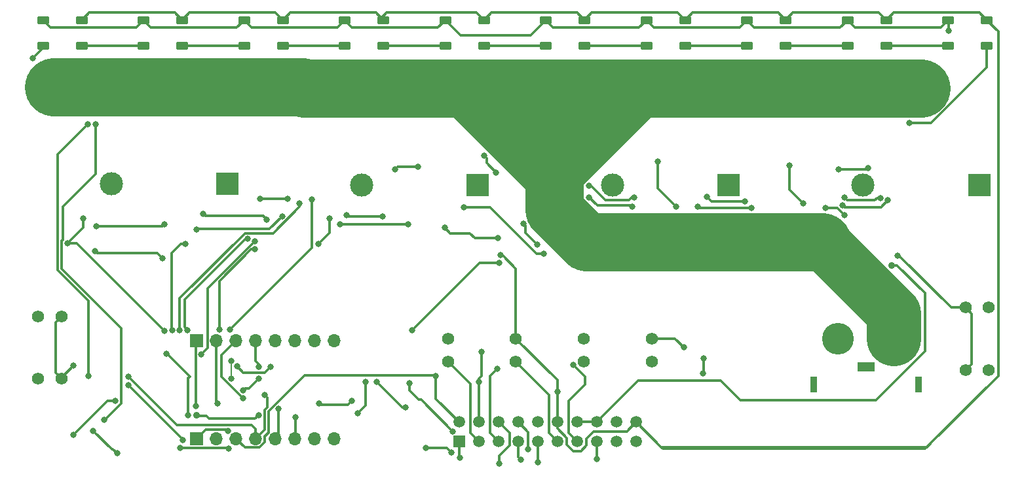
<source format=gbr>
%TF.GenerationSoftware,KiCad,Pcbnew,8.0.3*%
%TF.CreationDate,2025-06-04T03:37:05-07:00*%
%TF.ProjectId,Power_Distribution,506f7765-725f-4446-9973-747269627574,rev?*%
%TF.SameCoordinates,Original*%
%TF.FileFunction,Copper,L2,Bot*%
%TF.FilePolarity,Positive*%
%FSLAX46Y46*%
G04 Gerber Fmt 4.6, Leading zero omitted, Abs format (unit mm)*
G04 Created by KiCad (PCBNEW 8.0.3) date 2025-06-04 03:37:05*
%MOMM*%
%LPD*%
G01*
G04 APERTURE LIST*
G04 Aperture macros list*
%AMRoundRect*
0 Rectangle with rounded corners*
0 $1 Rounding radius*
0 $2 $3 $4 $5 $6 $7 $8 $9 X,Y pos of 4 corners*
0 Add a 4 corners polygon primitive as box body*
4,1,4,$2,$3,$4,$5,$6,$7,$8,$9,$2,$3,0*
0 Add four circle primitives for the rounded corners*
1,1,$1+$1,$2,$3*
1,1,$1+$1,$4,$5*
1,1,$1+$1,$6,$7*
1,1,$1+$1,$8,$9*
0 Add four rect primitives between the rounded corners*
20,1,$1+$1,$2,$3,$4,$5,0*
20,1,$1+$1,$4,$5,$6,$7,0*
20,1,$1+$1,$6,$7,$8,$9,0*
20,1,$1+$1,$8,$9,$2,$3,0*%
G04 Aperture macros list end*
%TA.AperFunction,ComponentPad*%
%ADD10R,0.900000X2.000000*%
%TD*%
%TA.AperFunction,ComponentPad*%
%ADD11RoundRect,1.025000X1.025000X1.025000X-1.025000X1.025000X-1.025000X-1.025000X1.025000X-1.025000X0*%
%TD*%
%TA.AperFunction,ComponentPad*%
%ADD12C,4.100000*%
%TD*%
%TA.AperFunction,ComponentPad*%
%ADD13R,2.300000X1.300000*%
%TD*%
%TA.AperFunction,ComponentPad*%
%ADD14R,3.000000X3.000000*%
%TD*%
%TA.AperFunction,ComponentPad*%
%ADD15C,3.000000*%
%TD*%
%TA.AperFunction,ComponentPad*%
%ADD16R,1.508000X1.508000*%
%TD*%
%TA.AperFunction,ComponentPad*%
%ADD17C,1.508000*%
%TD*%
%TA.AperFunction,ComponentPad*%
%ADD18C,1.574800*%
%TD*%
%TA.AperFunction,ComponentPad*%
%ADD19R,1.700000X1.700000*%
%TD*%
%TA.AperFunction,ComponentPad*%
%ADD20O,1.700000X1.700000*%
%TD*%
%TA.AperFunction,SMDPad,CuDef*%
%ADD21RoundRect,0.250000X0.550000X0.250000X-0.550000X0.250000X-0.550000X-0.250000X0.550000X-0.250000X0*%
%TD*%
%TA.AperFunction,ViaPad*%
%ADD22C,0.800000*%
%TD*%
%TA.AperFunction,ViaPad*%
%ADD23C,0.900000*%
%TD*%
%TA.AperFunction,Conductor*%
%ADD24C,0.304800*%
%TD*%
%TA.AperFunction,Conductor*%
%ADD25C,7.500000*%
%TD*%
%TA.AperFunction,Conductor*%
%ADD26C,7.000000*%
%TD*%
%TA.AperFunction,Conductor*%
%ADD27C,0.200000*%
%TD*%
G04 APERTURE END LIST*
D10*
%TO.P,J4,*%
%TO.N,*%
X198520000Y-101380000D03*
X185020000Y-101380000D03*
D11*
%TO.P,J4,1,Pin_1*%
%TO.N,-BATT*%
X195370000Y-95380000D03*
D12*
%TO.P,J4,2,Pin_2*%
%TO.N,+BATT*%
X188170000Y-95380000D03*
D13*
%TO.P,J4,3*%
%TO.N,N/C*%
X191770000Y-99030000D03*
%TD*%
D14*
%TO.P,J6,1,1*%
%TO.N,PWR1*%
X206396000Y-75492000D03*
D15*
%TO.P,J6,2,2*%
%TO.N,-BATT*%
X198896000Y-62992000D03*
%TO.P,J6,3,3*%
%TO.N,PWR2*%
X191396000Y-75492000D03*
%TO.P,J6,4,4*%
%TO.N,-BATT*%
X183896000Y-62992000D03*
%TD*%
D16*
%TO.P,J18,1,1*%
%TO.N,PWM0*%
X139190000Y-108750000D03*
D17*
%TO.P,J18,2,2*%
%TO.N,SCL*%
X139190000Y-106210000D03*
%TO.P,J18,3,3*%
%TO.N,PWM1*%
X141730000Y-108750000D03*
%TO.P,J18,4,4*%
%TO.N,SDA*%
X141730000Y-106210000D03*
%TO.P,J18,5,5*%
%TO.N,PWM2*%
X144270000Y-108750000D03*
%TO.P,J18,6,6*%
%TO.N,toNEO_CTRL_MOOD*%
X144270000Y-106210000D03*
%TO.P,J18,7,7*%
%TO.N,PWM3*%
X146810000Y-108750000D03*
%TO.P,J18,8,8*%
%TO.N,outNEO_CTRL_MOOD*%
X146810000Y-106210000D03*
%TO.P,J18,9,9*%
%TO.N,PWM4*%
X149350000Y-108750000D03*
%TO.P,J18,10,10*%
%TO.N,unconnected-(J18-Pad10)*%
X149350000Y-106210000D03*
%TO.P,J18,11,11*%
%TO.N,PWM5*%
X151890000Y-108750000D03*
%TO.P,J18,12,12*%
%TO.N,GND*%
X151890000Y-106210000D03*
%TO.P,J18,13,13*%
%TO.N,PWM6*%
X154430000Y-108750000D03*
%TO.P,J18,14,14*%
%TO.N,5V*%
X154430000Y-106210000D03*
%TO.P,J18,15,15*%
%TO.N,PWM7*%
X156970000Y-108750000D03*
%TO.P,J18,16,16*%
%TO.N,5V*%
X156970000Y-106210000D03*
%TO.P,J18,17,17*%
%TO.N,unconnected-(J18-Pad17)*%
X159510000Y-108750000D03*
%TO.P,J18,18,18*%
%TO.N,+3.3V*%
X159510000Y-106210000D03*
%TO.P,J18,19,19*%
%TO.N,unconnected-(J18-Pad19)*%
X162050000Y-108750000D03*
%TO.P,J18,20,20*%
%TO.N,GND*%
X162050000Y-106210000D03*
%TD*%
D18*
%TO.P,J15,1,1*%
%TO.N,PWM6*%
X164060000Y-98389999D03*
%TO.P,J15,2,2*%
%TO.N,GND*%
X164060000Y-95390000D03*
%TD*%
%TO.P,J10,1,1*%
%TO.N,PWM0*%
X84800000Y-92550000D03*
%TO.P,J10,2,2*%
%TO.N,GND*%
X87799999Y-92550000D03*
%TD*%
D14*
%TO.P,J2,1,1*%
%TO.N,PWR5*%
X141612000Y-75492000D03*
D15*
%TO.P,J2,2,2*%
%TO.N,-BATT*%
X134112000Y-62992000D03*
%TO.P,J2,3,3*%
%TO.N,PWR6*%
X126612000Y-75492000D03*
%TO.P,J2,4,4*%
%TO.N,-BATT*%
X119112000Y-62992000D03*
%TD*%
D18*
%TO.P,J17,1,1*%
%TO.N,PWM7*%
X207619999Y-91380000D03*
%TO.P,J17,2,2*%
%TO.N,GND*%
X204620000Y-91380000D03*
%TD*%
%TO.P,J16,1,1*%
%TO.N,PWM3*%
X207619999Y-99510000D03*
%TO.P,J16,2,2*%
%TO.N,GND*%
X204620000Y-99510000D03*
%TD*%
D19*
%TO.P,J9,1,Pin_1*%
%TO.N,VIout8Div*%
X105290000Y-95632000D03*
D20*
%TO.P,J9,2,Pin_2*%
%TO.N,VIout7Div*%
X107830000Y-95632000D03*
%TO.P,J9,3,Pin_3*%
%TO.N,VIout6Div*%
X110370000Y-95632000D03*
%TO.P,J9,4,Pin_4*%
%TO.N,VIout5Div*%
X112910000Y-95632000D03*
%TO.P,J9,5,Pin_5*%
%TO.N,VIout4Div*%
X115450000Y-95632000D03*
%TO.P,J9,6,Pin_6*%
%TO.N,VIout3Div*%
X117990000Y-95632000D03*
%TO.P,J9,7,Pin_7*%
%TO.N,VIout2Div*%
X120530000Y-95632000D03*
%TO.P,J9,8,Pin_8*%
%TO.N,VIout1Div*%
X123070000Y-95632000D03*
%TD*%
D18*
%TO.P,J14,1,1*%
%TO.N,PWM2*%
X155284400Y-98399999D03*
%TO.P,J14,2,2*%
%TO.N,GND*%
X155284400Y-95400000D03*
%TD*%
D14*
%TO.P,J1,1,1*%
%TO.N,PWR3*%
X173985600Y-75492000D03*
D15*
%TO.P,J1,2,2*%
%TO.N,-BATT*%
X166485600Y-62992000D03*
%TO.P,J1,3,3*%
%TO.N,PWR4*%
X158985600Y-75492000D03*
%TO.P,J1,4,4*%
%TO.N,-BATT*%
X151485600Y-62992000D03*
%TD*%
D18*
%TO.P,J11,1,1*%
%TO.N,PWM4*%
X84800000Y-100590000D03*
%TO.P,J11,2,2*%
%TO.N,GND*%
X87799999Y-100590000D03*
%TD*%
%TO.P,J13,1,1*%
%TO.N,PWM5*%
X146508800Y-98399999D03*
%TO.P,J13,2,2*%
%TO.N,GND*%
X146508800Y-95400000D03*
%TD*%
%TO.P,J12,1,1*%
%TO.N,PWM1*%
X137733200Y-98399999D03*
%TO.P,J12,2,2*%
%TO.N,GND*%
X137733200Y-95400000D03*
%TD*%
D14*
%TO.P,J7,1,1*%
%TO.N,PWR7*%
X109252400Y-75339600D03*
D15*
%TO.P,J7,2,2*%
%TO.N,-BATT*%
X101752400Y-62839600D03*
%TO.P,J7,3,3*%
%TO.N,PWR8*%
X94252400Y-75339600D03*
%TO.P,J7,4,4*%
%TO.N,-BATT*%
X86752400Y-62839600D03*
%TD*%
D19*
%TO.P,J3,1,Pin_1*%
%TO.N,Net-(J3-Pin_1)*%
X105290000Y-108332000D03*
D20*
%TO.P,J3,2,Pin_2*%
%TO.N,GND*%
X107830000Y-108332000D03*
%TO.P,J3,3,Pin_3*%
%TO.N,SCL*%
X110370000Y-108332000D03*
%TO.P,J3,4,Pin_4*%
%TO.N,SDA*%
X112910000Y-108332000D03*
%TO.P,J3,5,Pin_5*%
%TO.N,REF*%
X115450000Y-108332000D03*
%TO.P,J3,6,Pin_6*%
%TO.N,COM*%
X117990000Y-108332000D03*
%TO.P,J3,7,Pin_7*%
%TO.N,AD0*%
X120530000Y-108332000D03*
%TO.P,J3,8,Pin_8*%
%TO.N,AD1*%
X123070000Y-108332000D03*
%TD*%
D21*
%TO.P,LED8,1,VSS*%
%TO.N,GND*%
X142391112Y-54150000D03*
%TO.P,LED8,2,DIN*%
%TO.N,Net-(LED7-DOUT)*%
X142391112Y-57450000D03*
%TO.P,LED8,3,VDD*%
%TO.N,5V*%
X137391112Y-54150000D03*
%TO.P,LED8,4,DOUT*%
%TO.N,NEO_PASS2*%
X137391112Y-57450000D03*
%TD*%
%TO.P,LED9,1,VSS*%
%TO.N,GND*%
X129394724Y-54150000D03*
%TO.P,LED9,2,DIN*%
%TO.N,NEO_PASS2*%
X129394724Y-57450000D03*
%TO.P,LED9,3,VDD*%
%TO.N,5V*%
X124394724Y-54150000D03*
%TO.P,LED9,4,DOUT*%
%TO.N,Net-(LED10-DIN)*%
X124394724Y-57450000D03*
%TD*%
%TO.P,LED3,1,VSS*%
%TO.N,GND*%
X207373052Y-54150000D03*
%TO.P,LED3,2,DIN*%
%TO.N,Net-(LED2-DOUT)*%
X207373052Y-57450000D03*
%TO.P,LED3,3,VDD*%
%TO.N,5V*%
X202373052Y-54150000D03*
%TO.P,LED3,4,DOUT*%
%TO.N,Net-(LED3-DOUT)*%
X202373052Y-57450000D03*
%TD*%
%TO.P,LED4,1,VSS*%
%TO.N,GND*%
X194376664Y-54150000D03*
%TO.P,LED4,2,DIN*%
%TO.N,Net-(LED3-DOUT)*%
X194376664Y-57450000D03*
%TO.P,LED4,3,VDD*%
%TO.N,5V*%
X189376664Y-54150000D03*
%TO.P,LED4,4,DOUT*%
%TO.N,NEO_PASS1*%
X189376664Y-57450000D03*
%TD*%
%TO.P,LED6,1,VSS*%
%TO.N,GND*%
X168383888Y-54150000D03*
%TO.P,LED6,2,DIN*%
%TO.N,Net-(LED5-DOUT)*%
X168383888Y-57450000D03*
%TO.P,LED6,3,VDD*%
%TO.N,5V*%
X163383888Y-54150000D03*
%TO.P,LED6,4,DOUT*%
%TO.N,Net-(LED6-DOUT)*%
X163383888Y-57450000D03*
%TD*%
%TO.P,LED5,1,VSS*%
%TO.N,GND*%
X181380276Y-54150000D03*
%TO.P,LED5,2,DIN*%
%TO.N,NEO_PASS1*%
X181380276Y-57450000D03*
%TO.P,LED5,3,VDD*%
%TO.N,5V*%
X176380276Y-54150000D03*
%TO.P,LED5,4,DOUT*%
%TO.N,Net-(LED5-DOUT)*%
X176380276Y-57450000D03*
%TD*%
%TO.P,LED11,1,VSS*%
%TO.N,GND*%
X103401948Y-54150000D03*
%TO.P,LED11,2,DIN*%
%TO.N,Net-(LED10-DOUT)*%
X103401948Y-57450000D03*
%TO.P,LED11,3,VDD*%
%TO.N,5V*%
X98401948Y-54150000D03*
%TO.P,LED11,4,DOUT*%
%TO.N,Net-(LED11-DOUT)*%
X98401948Y-57450000D03*
%TD*%
%TO.P,LED12,1,VSS*%
%TO.N,GND*%
X90405552Y-54150000D03*
%TO.P,LED12,2,DIN*%
%TO.N,Net-(LED11-DOUT)*%
X90405552Y-57450000D03*
%TO.P,LED12,3,VDD*%
%TO.N,5V*%
X85405552Y-54150000D03*
%TO.P,LED12,4,DOUT*%
%TO.N,outNEO_CTRL_MOOD*%
X85405552Y-57450000D03*
%TD*%
%TO.P,LED10,1,VSS*%
%TO.N,GND*%
X116398336Y-54150000D03*
%TO.P,LED10,2,DIN*%
%TO.N,Net-(LED10-DIN)*%
X116398336Y-57450000D03*
%TO.P,LED10,3,VDD*%
%TO.N,5V*%
X111398336Y-54150000D03*
%TO.P,LED10,4,DOUT*%
%TO.N,Net-(LED10-DOUT)*%
X111398336Y-57450000D03*
%TD*%
%TO.P,LED7,1,VSS*%
%TO.N,GND*%
X155387500Y-54150000D03*
%TO.P,LED7,2,DIN*%
%TO.N,Net-(LED6-DOUT)*%
X155387500Y-57450000D03*
%TO.P,LED7,3,VDD*%
%TO.N,5V*%
X150387500Y-54150000D03*
%TO.P,LED7,4,DOUT*%
%TO.N,Net-(LED7-DOUT)*%
X150387500Y-57450000D03*
%TD*%
D22*
%TO.N,GND*%
X168230000Y-96520000D03*
X132588000Y-80619600D03*
X188767018Y-78182542D03*
X105218600Y-81276111D03*
X104184026Y-105305186D03*
X155992318Y-77107013D03*
X176977200Y-78497200D03*
X123802800Y-80578167D03*
X161515600Y-78296545D03*
X151890000Y-102280000D03*
X101070500Y-80568800D03*
X144510401Y-84557258D03*
X94780000Y-103480000D03*
X89360000Y-98900000D03*
X170750000Y-97980000D03*
X170006800Y-78328190D03*
X170720000Y-99917300D03*
X92334823Y-80830000D03*
X101356800Y-97372912D03*
X195812500Y-84632800D03*
X144160000Y-82390000D03*
X194606842Y-77481444D03*
X89300000Y-107880000D03*
X116328769Y-79571069D03*
X137305515Y-81039872D03*
%TO.N,5V*%
X138362100Y-107400567D03*
X114317366Y-79992366D03*
X129275000Y-79600000D03*
X94968836Y-110257249D03*
X161820000Y-77110000D03*
X91911132Y-107321132D03*
X106066146Y-79271341D03*
X188990365Y-77122626D03*
X193650000Y-77180000D03*
X139780000Y-78360000D03*
D23*
X195047404Y-85903266D03*
D22*
X155984400Y-75570034D03*
X150135500Y-84378800D03*
X171206565Y-77014831D03*
X202450000Y-55560000D03*
X92170000Y-84100000D03*
X132740000Y-101150000D03*
X100881000Y-85039200D03*
X124660000Y-79440000D03*
X176120000Y-77610000D03*
%TO.N,VIout1*%
X133110000Y-94310000D03*
X192010000Y-73360000D03*
X144360000Y-85560000D03*
X188210000Y-73460000D03*
%TO.N,VIout2*%
X186520000Y-78490000D03*
X120140000Y-77380000D03*
X183670000Y-77930000D03*
X133900000Y-73190000D03*
X181850000Y-72970000D03*
X130930000Y-73493200D03*
X189010000Y-79420000D03*
X109560000Y-94250000D03*
%TO.N,VIout3*%
X108190627Y-94227558D03*
X112787988Y-83842483D03*
X167250000Y-78350000D03*
X164820000Y-72490000D03*
%TO.N,VIout4*%
X142420000Y-71740000D03*
X147475000Y-80500000D03*
X105871944Y-97446159D03*
X112750000Y-82840000D03*
X143980000Y-73880000D03*
X149255905Y-83244957D03*
%TO.N,VIout5*%
X116980081Y-77300081D03*
X113430000Y-77310000D03*
X111822541Y-82457594D03*
X104087072Y-94282302D03*
%TO.N,VIout6*%
X103084871Y-94327124D03*
X120981600Y-83159600D03*
X118540262Y-77925262D03*
X122400000Y-79825000D03*
%TO.N,VIout7*%
X103772400Y-83108800D03*
X102081700Y-94335124D03*
%TO.N,VIout8*%
X90600000Y-79800000D03*
X88571200Y-83058000D03*
X101080000Y-94390000D03*
%TO.N,SDA*%
X114086672Y-102675600D03*
X96480000Y-100340000D03*
X141730000Y-101020000D03*
X142080000Y-97080000D03*
%TO.N,COM*%
X118040000Y-105550000D03*
%TO.N,SCL*%
X96460000Y-101450000D03*
X136168312Y-100238800D03*
X103490000Y-108550000D03*
%TO.N,REF*%
X115845600Y-104513697D03*
%TO.N,PWM0*%
X139302040Y-110860400D03*
%TO.N,PWM4*%
X149390000Y-111440000D03*
%TO.N,PWM2*%
X144141043Y-99288999D03*
%TO.N,PWM6*%
X153942684Y-98794420D03*
%TO.N,PWM3*%
X147175586Y-111077895D03*
%TO.N,PWM7*%
X156980000Y-110990000D03*
%TO.N,+3.3V*%
X121125000Y-103825000D03*
D23*
X105238171Y-105287357D03*
D22*
X113252418Y-105294476D03*
X132260000Y-104325600D03*
X128500000Y-101020000D03*
X125311800Y-103431704D03*
%TO.N,Net-(J3-Pin_1)*%
X127080000Y-101020000D03*
X126040000Y-105090000D03*
X109275223Y-107368800D03*
%TO.N,VIout5Div*%
X113284000Y-100584000D03*
X111252000Y-102108000D03*
X113284000Y-99060000D03*
%TO.N,Net-(LED2-DOUT)*%
X93279964Y-105952300D03*
X197333052Y-67490000D03*
X92220000Y-67650000D03*
%TO.N,VIout7Div*%
X107968302Y-103766000D03*
%TO.N,VIout6Div*%
X111252000Y-103124000D03*
%TO.N,VIout1Div*%
X114808000Y-99060000D03*
X110464600Y-98993400D03*
%TO.N,VIout8Div*%
X105156000Y-104140000D03*
%TO.N,VIout3Div*%
X109728000Y-98298000D03*
X109728000Y-100601200D03*
%TO.N,outNEO_CTRL_MOOD*%
X91240000Y-100250000D03*
X109435287Y-109647819D03*
X91190000Y-67660000D03*
X103120000Y-109530000D03*
X134924400Y-109534400D03*
X148110000Y-109720000D03*
X138210000Y-110180000D03*
X84080000Y-59070000D03*
%TO.N,toNEO_CTRL_MOOD*%
X144357360Y-111577815D03*
%TD*%
D24*
%TO.N,GND*%
X153098000Y-109148000D02*
X153098000Y-108249630D01*
X155638000Y-108373630D02*
X155638000Y-109250370D01*
X193422664Y-53196000D02*
X182334276Y-53196000D01*
X169337888Y-53196000D02*
X168383888Y-54150000D01*
X103401948Y-54150000D02*
X102447948Y-53196000D01*
X114677038Y-81222800D02*
X116328769Y-79571069D01*
X160842000Y-107418000D02*
X156593630Y-107418000D01*
X146508800Y-95400000D02*
X146508800Y-86346536D01*
X161373055Y-78154000D02*
X157039305Y-78154000D01*
X176977200Y-78497200D02*
X170175810Y-78497200D01*
X204620000Y-91380000D02*
X202782264Y-91380000D01*
X112352093Y-81209197D02*
X112376719Y-81209197D01*
X87012600Y-93337399D02*
X87012600Y-99802601D01*
X161515600Y-78296545D02*
X161373055Y-78154000D01*
X151890000Y-100781200D02*
X151890000Y-106210000D01*
X101070500Y-80568800D02*
X100809300Y-80830000D01*
X142391112Y-54150000D02*
X141437112Y-53196000D01*
X195330664Y-53196000D02*
X206419052Y-53196000D01*
X194376664Y-54150000D02*
X193422664Y-53196000D01*
X132588000Y-80619600D02*
X123844233Y-80619600D01*
X170750000Y-97980000D02*
X170750000Y-99887300D01*
X208880000Y-100220000D02*
X208880000Y-55656948D01*
X102447948Y-53196000D02*
X91359552Y-53196000D01*
X143345112Y-53196000D02*
X142391112Y-54150000D01*
X154433500Y-53196000D02*
X143345112Y-53196000D01*
X103690709Y-99640709D02*
X101422912Y-97372912D01*
X112376719Y-81209197D02*
X112390322Y-81222800D01*
X193708286Y-78380000D02*
X188964476Y-78380000D01*
X101422912Y-97372912D02*
X101356800Y-97372912D01*
X205407399Y-92167399D02*
X205407399Y-98722601D01*
X200286000Y-108814000D02*
X208880000Y-100220000D01*
X141437112Y-53196000D02*
X129794000Y-53196000D01*
X117352336Y-53196000D02*
X116398336Y-54150000D01*
X151890000Y-107041630D02*
X151890000Y-106210000D01*
X129794000Y-53196000D02*
X128840000Y-54150000D01*
X100809300Y-80830000D02*
X92334823Y-80830000D01*
X180426276Y-53196000D02*
X169337888Y-53196000D01*
X167100000Y-95390000D02*
X164060000Y-95390000D01*
X153098000Y-108249630D02*
X151890000Y-107041630D01*
X204620000Y-91380000D02*
X205407399Y-92167399D01*
X168383888Y-54150000D02*
X167429888Y-53196000D01*
X170750000Y-99887300D02*
X170720000Y-99917300D01*
X208880000Y-55656948D02*
X207373052Y-54150000D01*
X123844233Y-80619600D02*
X123802800Y-80578167D01*
X144655943Y-84702800D02*
X144510401Y-84557258D01*
X140580000Y-81750000D02*
X138015643Y-81750000D01*
X157039305Y-78154000D02*
X155992318Y-77107013D01*
X200286000Y-108814000D02*
X199631800Y-109468200D01*
X155387500Y-54150000D02*
X154433500Y-53196000D01*
X165308200Y-109468200D02*
X165500700Y-109660700D01*
X112343290Y-81200394D02*
X112352093Y-81209197D01*
X128440724Y-53196000D02*
X117352336Y-53196000D01*
X105218600Y-81276111D02*
X105294317Y-81200394D01*
X112390322Y-81222800D02*
X114677038Y-81222800D01*
X87799999Y-92550000D02*
X87012600Y-93337399D01*
X104380000Y-100330000D02*
X104184026Y-100525974D01*
X138015643Y-81750000D02*
X137305515Y-81039872D01*
X168230000Y-96520000D02*
X167100000Y-95390000D01*
X93700000Y-103480000D02*
X94780000Y-103480000D01*
X129394724Y-54150000D02*
X128440724Y-53196000D01*
X194376664Y-54150000D02*
X195330664Y-53196000D01*
X162050000Y-106210000D02*
X165308200Y-109468200D01*
X165500700Y-109660700D02*
X199439300Y-109660700D01*
X144865064Y-84702800D02*
X144655943Y-84702800D01*
X104355948Y-53196000D02*
X103401948Y-54150000D01*
X194606842Y-77481444D02*
X193708286Y-78380000D01*
X156593630Y-107418000D02*
X155638000Y-108373630D01*
X115444336Y-53196000D02*
X104355948Y-53196000D01*
X167429888Y-53196000D02*
X156341500Y-53196000D01*
X89300000Y-107880000D02*
X93700000Y-103480000D01*
X146508800Y-86346536D02*
X144865064Y-84702800D01*
X154930370Y-109958000D02*
X153908000Y-109958000D01*
X202782264Y-91380000D02*
X196035064Y-84632800D01*
X87799999Y-100460001D02*
X89360000Y-98900000D01*
X199439300Y-109660700D02*
X208880000Y-100220000D01*
X199631800Y-109468200D02*
X165308200Y-109468200D01*
X104184026Y-100525974D02*
X104184026Y-105305186D01*
X87012600Y-99802601D02*
X87799999Y-100590000D01*
X181380276Y-54150000D02*
X180426276Y-53196000D01*
X206419052Y-53196000D02*
X207373052Y-54150000D01*
X91359552Y-53196000D02*
X90405552Y-54150000D01*
X182334276Y-53196000D02*
X181380276Y-54150000D01*
X155638000Y-109250370D02*
X154930370Y-109958000D01*
X144160000Y-82390000D02*
X141220000Y-82390000D01*
X188964476Y-78380000D02*
X188767018Y-78182542D01*
X205407399Y-98722601D02*
X204620000Y-99510000D01*
X153908000Y-109958000D02*
X153098000Y-109148000D01*
X162050000Y-106210000D02*
X160842000Y-107418000D01*
X105294317Y-81200394D02*
X112343290Y-81200394D01*
X116398336Y-54150000D02*
X115444336Y-53196000D01*
X141220000Y-82390000D02*
X140580000Y-81750000D01*
X104380000Y-100330000D02*
X103690709Y-99640709D01*
X170175810Y-78497200D02*
X170006800Y-78328190D01*
X196035064Y-84632800D02*
X195812500Y-84632800D01*
X146508800Y-95400000D02*
X151890000Y-100781200D01*
X156341500Y-53196000D02*
X155387500Y-54150000D01*
%TO.N,5V*%
X139780000Y-78360000D02*
X143163209Y-78360000D01*
X113850000Y-79525000D02*
X114317366Y-79992366D01*
X133920000Y-103290000D02*
X134251533Y-103290000D01*
X172974000Y-100838000D02*
X175514000Y-103378000D01*
X162429888Y-55104000D02*
X151341500Y-55104000D01*
X189376664Y-54150000D02*
X188422664Y-55104000D01*
X92420000Y-84350000D02*
X100191800Y-84350000D01*
X177334276Y-55104000D02*
X176380276Y-54150000D01*
X199390000Y-89533260D02*
X195760006Y-85903266D01*
X193053603Y-103378000D02*
X199390000Y-97041603D01*
X106319805Y-79525000D02*
X113850000Y-79525000D01*
X100191800Y-84350000D02*
X100881000Y-85039200D01*
X92170000Y-84100000D02*
X92420000Y-84350000D01*
X94968836Y-110257249D02*
X94451587Y-109740000D01*
X193180000Y-77180000D02*
X192914000Y-77446000D01*
X161461197Y-77110000D02*
X161125197Y-77446000D01*
X156240034Y-75570034D02*
X155984400Y-75570034D01*
X162342000Y-100838000D02*
X172974000Y-100838000D01*
X86359552Y-55104000D02*
X85405552Y-54150000D01*
X94330000Y-109740000D02*
X91911132Y-107321132D01*
X158116000Y-77446000D02*
X156240034Y-75570034D01*
X176120000Y-77610000D02*
X171801734Y-77610000D01*
X189313739Y-77446000D02*
X188990365Y-77122626D01*
X192914000Y-77446000D02*
X189313739Y-77446000D01*
X201419052Y-55104000D02*
X190330664Y-55104000D01*
X190330664Y-55104000D02*
X189376664Y-54150000D01*
X98401948Y-54150000D02*
X97447948Y-55104000D01*
X111398336Y-54150000D02*
X110444336Y-55104000D01*
X202373052Y-54150000D02*
X201419052Y-55104000D01*
X125348724Y-55104000D02*
X124394724Y-54150000D01*
X97447948Y-55104000D02*
X86359552Y-55104000D01*
X129275000Y-79600000D02*
X124820000Y-79600000D01*
X195760006Y-85903266D02*
X195047404Y-85903266D01*
X112352336Y-55104000D02*
X111398336Y-54150000D01*
X148390300Y-56147200D02*
X139388312Y-56147200D01*
X124820000Y-79600000D02*
X124660000Y-79440000D01*
X143163209Y-78360000D02*
X149182009Y-84378800D01*
X188422664Y-55104000D02*
X177334276Y-55104000D01*
X150387500Y-54150000D02*
X148390300Y-56147200D01*
X124394724Y-54150000D02*
X123440724Y-55104000D01*
X164337888Y-55104000D02*
X163383888Y-54150000D01*
X163383888Y-54150000D02*
X162429888Y-55104000D01*
X199390000Y-97041603D02*
X199390000Y-89533260D01*
X136437112Y-55104000D02*
X125348724Y-55104000D01*
X154430000Y-106210000D02*
X156970000Y-106210000D01*
X139388312Y-56147200D02*
X137391112Y-54150000D01*
X132740000Y-102110000D02*
X133920000Y-103290000D01*
X99355948Y-55104000D02*
X98401948Y-54150000D01*
X156970000Y-106210000D02*
X162342000Y-100838000D01*
X171801734Y-77610000D02*
X171206565Y-77014831D01*
X161820000Y-77110000D02*
X161461197Y-77110000D01*
X149182009Y-84378800D02*
X150135500Y-84378800D01*
X123440724Y-55104000D02*
X112352336Y-55104000D01*
X176380276Y-54150000D02*
X175426276Y-55104000D01*
X134251533Y-103290000D02*
X138362100Y-107400567D01*
X151341500Y-55104000D02*
X150387500Y-54150000D01*
X193650000Y-77180000D02*
X193180000Y-77180000D01*
X137391112Y-54150000D02*
X136437112Y-55104000D01*
X132740000Y-101150000D02*
X132740000Y-102110000D01*
X110444336Y-55104000D02*
X99355948Y-55104000D01*
X202450000Y-55560000D02*
X202450000Y-54226948D01*
X94451587Y-109740000D02*
X94330000Y-109740000D01*
X175514000Y-103378000D02*
X193053603Y-103378000D01*
X106066146Y-79271341D02*
X106319805Y-79525000D01*
X161125197Y-77446000D02*
X158116000Y-77446000D01*
X175426276Y-55104000D02*
X164337888Y-55104000D01*
%TO.N,VIout1*%
X141860000Y-85560000D02*
X144360000Y-85560000D01*
X188210000Y-73460000D02*
X191910000Y-73460000D01*
X133110000Y-94310000D02*
X141860000Y-85560000D01*
X191910000Y-73460000D02*
X192010000Y-73360000D01*
%TO.N,VIout2*%
X181850000Y-72970000D02*
X181850000Y-76110000D01*
X131233200Y-73190000D02*
X130930000Y-73493200D01*
X181850000Y-76110000D02*
X183670000Y-77930000D01*
X109560000Y-94250000D02*
X120140000Y-83670000D01*
X188080000Y-78490000D02*
X189010000Y-79420000D01*
X133900000Y-73190000D02*
X131233200Y-73190000D01*
X186520000Y-78490000D02*
X188080000Y-78490000D01*
X120140000Y-83670000D02*
X120140000Y-77380000D01*
%TO.N,VIout3*%
X164820000Y-72490000D02*
X164820000Y-75920000D01*
X108190627Y-94227558D02*
X108190627Y-87965059D01*
X112313203Y-83842483D02*
X112787988Y-83842483D01*
X108190627Y-87965059D02*
X112313203Y-83842483D01*
X164820000Y-75920000D02*
X167250000Y-78350000D01*
%TO.N,VIout4*%
X142740000Y-72640000D02*
X143980000Y-73880000D01*
X147750000Y-80775000D02*
X147750000Y-81739052D01*
X147750000Y-81739052D02*
X149255905Y-83244957D01*
X112750000Y-82840000D02*
X106680000Y-88910000D01*
X142740000Y-72060000D02*
X142740000Y-72640000D01*
X147475000Y-80500000D02*
X147750000Y-80775000D01*
X106680000Y-96638103D02*
X105871944Y-97446159D01*
X142420000Y-71740000D02*
X142740000Y-72060000D01*
X106680000Y-88910000D02*
X106680000Y-96638103D01*
%TO.N,VIout5*%
X103740000Y-93935230D02*
X103740000Y-90325686D01*
X116309919Y-77300081D02*
X116980081Y-77300081D01*
X103740000Y-90325686D02*
X111608092Y-82457594D01*
X104087072Y-94282302D02*
X103740000Y-93935230D01*
X116300000Y-77310000D02*
X116309919Y-77300081D01*
X111608092Y-82457594D02*
X111822541Y-82457594D01*
X113430000Y-77310000D02*
X116300000Y-77310000D01*
%TO.N,VIout6*%
X118540262Y-78354052D02*
X118540262Y-77925262D01*
X115115111Y-81779203D02*
X118540262Y-78354052D01*
X111531266Y-81754394D02*
X112138442Y-81754394D01*
X122400000Y-79825000D02*
X122400000Y-81741200D01*
X103084871Y-94327124D02*
X103084871Y-90200789D01*
X122400000Y-81741200D02*
X120981600Y-83159600D01*
X112138442Y-81754394D02*
X112163251Y-81779203D01*
X112163251Y-81779203D02*
X115115111Y-81779203D01*
X103084871Y-90200789D02*
X111531266Y-81754394D01*
%TO.N,VIout7*%
X102011900Y-94265324D02*
X102081700Y-94335124D01*
X102011900Y-84319300D02*
X102011900Y-94265324D01*
X103222400Y-83108800D02*
X102011900Y-84319300D01*
X103772400Y-83108800D02*
X103222400Y-83108800D01*
%TO.N,VIout8*%
X88571200Y-83058000D02*
X89748000Y-83058000D01*
X90600000Y-79800000D02*
X90600000Y-81029200D01*
X89748000Y-83058000D02*
X101080000Y-94390000D01*
X90600000Y-81029200D02*
X88571200Y-83058000D01*
D25*
%TO.N,-BATT*%
X151485600Y-74465600D02*
X151485600Y-75284536D01*
D26*
X195370000Y-95380000D02*
X195370000Y-92147564D01*
D25*
X151485600Y-73152000D02*
X151216000Y-73421600D01*
X119112000Y-62992000D02*
X140012000Y-62992000D01*
X151485600Y-75284536D02*
X151485600Y-78752908D01*
X162406079Y-62992000D02*
X183896000Y-62992000D01*
X183896000Y-62992000D02*
X166485600Y-62992000D01*
X166485600Y-62992000D02*
X151485600Y-62992000D01*
X134112000Y-62992000D02*
X141325600Y-62992000D01*
D26*
X195370000Y-92147564D02*
X186102436Y-82880000D01*
D25*
X151485600Y-75284536D02*
X151485600Y-73912479D01*
X118959600Y-62839600D02*
X119112000Y-62992000D01*
X198896000Y-62992000D02*
X183896000Y-62992000D01*
X119112000Y-62992000D02*
X134112000Y-62992000D01*
X134112000Y-62992000D02*
X151485600Y-62992000D01*
X151485600Y-62992000D02*
X151485600Y-73152000D01*
X101752400Y-62839600D02*
X118959600Y-62839600D01*
X166485600Y-62992000D02*
X161645600Y-62992000D01*
X161645600Y-62992000D02*
X151485600Y-73152000D01*
X140012000Y-62992000D02*
X151485600Y-74465600D01*
X155612692Y-82880000D02*
X186102436Y-82880000D01*
X141325600Y-62992000D02*
X151485600Y-73152000D01*
X86752400Y-62839600D02*
X101752400Y-62839600D01*
X151485600Y-78752908D02*
X155612692Y-82880000D01*
X151485600Y-73912479D02*
X162406079Y-62992000D01*
D24*
%TO.N,SDA*%
X112910000Y-107129919D02*
X112910000Y-108332000D01*
X142080000Y-100253003D02*
X142080000Y-97080000D01*
X114418000Y-103006928D02*
X114086672Y-102675600D01*
X114086672Y-107155328D02*
X114086672Y-104642885D01*
X112910000Y-108332000D02*
X114086672Y-107155328D01*
X141730000Y-100603003D02*
X142080000Y-100253003D01*
X96480000Y-100340000D02*
X102753200Y-106613200D01*
X141730000Y-106210000D02*
X141730000Y-101020000D01*
X102753200Y-106613200D02*
X112393281Y-106613200D01*
X141730000Y-101020000D02*
X141730000Y-100603003D01*
X112393281Y-106613200D02*
X112910000Y-107129919D01*
X114086672Y-104642885D02*
X114418000Y-104311557D01*
X114418000Y-104311557D02*
X114418000Y-103006928D01*
%TO.N,COM*%
X118040000Y-105550000D02*
X118040000Y-108282000D01*
%TO.N,SCL*%
X113388000Y-109482000D02*
X111520000Y-109482000D01*
X96460000Y-101450000D02*
X103490000Y-108480000D01*
X136168312Y-103188312D02*
X136168312Y-100238800D01*
X136168312Y-100238800D02*
X136064512Y-100135000D01*
X114060000Y-108060000D02*
X114060000Y-108810000D01*
X139190000Y-106210000D02*
X136168312Y-103188312D01*
X114539072Y-104830275D02*
X114539072Y-107580928D01*
X136064512Y-100135000D02*
X119234347Y-100135000D01*
X103490000Y-108480000D02*
X103490000Y-108550000D01*
X114060000Y-108810000D02*
X113388000Y-109482000D01*
X111520000Y-109482000D02*
X110370000Y-108332000D01*
X119234347Y-100135000D02*
X114539072Y-104830275D01*
X114539072Y-107580928D02*
X114060000Y-108060000D01*
%TO.N,REF*%
X115845600Y-107936400D02*
X115845600Y-104513697D01*
%TO.N,PWM0*%
X139190000Y-110748360D02*
X139302040Y-110860400D01*
X139190000Y-108750000D02*
X139190000Y-110748360D01*
%TO.N,PWM4*%
X149390000Y-111440000D02*
X149390000Y-108790000D01*
%TO.N,PWM1*%
X140623600Y-101290399D02*
X140623600Y-107643600D01*
X137733200Y-98399999D02*
X140623600Y-101290399D01*
X140623600Y-107643600D02*
X141730000Y-108750000D01*
%TO.N,PWM5*%
X150783600Y-102674799D02*
X150783600Y-107643600D01*
X146508800Y-98399999D02*
X150783600Y-102674799D01*
X150783600Y-107643600D02*
X151890000Y-108750000D01*
%TO.N,PWM2*%
X144270000Y-108750000D02*
X143163600Y-107643600D01*
X143163600Y-107643600D02*
X143163600Y-100266442D01*
X143163600Y-100266442D02*
X144141043Y-99288999D01*
%TO.N,PWM6*%
X155465600Y-101302980D02*
X155465600Y-100317336D01*
X153323600Y-107617650D02*
X153323600Y-103444980D01*
X154430000Y-108724050D02*
X153323600Y-107617650D01*
X153323600Y-103444980D02*
X155465600Y-101302980D01*
X155465600Y-100317336D02*
X153942684Y-98794420D01*
%TO.N,PWM3*%
X146810000Y-108750000D02*
X146810000Y-110712309D01*
X146810000Y-110712309D02*
X147175586Y-111077895D01*
%TO.N,PWM7*%
X156980000Y-110990000D02*
X156980000Y-108760000D01*
%TO.N,+3.3V*%
X131805600Y-104325600D02*
X132260000Y-104325600D01*
X112794494Y-105752400D02*
X106862400Y-105752400D01*
X124790904Y-103952600D02*
X125311800Y-103431704D01*
X113252418Y-105294476D02*
X112794494Y-105752400D01*
X121252600Y-103952600D02*
X124790904Y-103952600D01*
X106550000Y-105440000D02*
X105390814Y-105440000D01*
X106862400Y-105752400D02*
X106550000Y-105440000D01*
X121125000Y-103825000D02*
X121252600Y-103952600D01*
X128500000Y-101020000D02*
X131805600Y-104325600D01*
X105390814Y-105440000D02*
X105238171Y-105287357D01*
%TO.N,Net-(J3-Pin_1)*%
X105290000Y-108332000D02*
X106465000Y-107157000D01*
X106465000Y-107157000D02*
X109063423Y-107157000D01*
X126040000Y-105090000D02*
X127080000Y-104050000D01*
X127080000Y-104050000D02*
X127080000Y-101020000D01*
X109063423Y-107157000D02*
X109275223Y-107368800D01*
%TO.N,VIout5Div*%
X112014000Y-101854000D02*
X113284000Y-100584000D01*
X113284000Y-98705975D02*
X112910000Y-98331975D01*
X111252000Y-102108000D02*
X111506000Y-101854000D01*
X113284000Y-99060000D02*
X113284000Y-98705975D01*
X111506000Y-101854000D02*
X112014000Y-101854000D01*
X112910000Y-98331975D02*
X112910000Y-95632000D01*
%TO.N,Net-(LED2-DOUT)*%
X207373052Y-60316618D02*
X200199670Y-67490000D01*
X87965200Y-78334800D02*
X87965200Y-82595420D01*
X87815600Y-82745020D02*
X87815600Y-86339496D01*
X93376280Y-105952300D02*
X93279964Y-105952300D01*
X92220000Y-67650000D02*
X92220000Y-74080000D01*
X92220000Y-74080000D02*
X87965200Y-78334800D01*
X200199670Y-67490000D02*
X197333052Y-67490000D01*
X95555200Y-94079096D02*
X95555200Y-103773380D01*
X207373052Y-57450000D02*
X207373052Y-60316618D01*
X95555200Y-103773380D02*
X93376280Y-105952300D01*
X87965200Y-82595420D02*
X87815600Y-82745020D01*
X87815600Y-86339496D02*
X95555200Y-94079096D01*
%TO.N,Net-(LED3-DOUT)*%
X202373052Y-57450000D02*
X194376664Y-57450000D01*
%TO.N,NEO_PASS1*%
X189376664Y-57450000D02*
X181380276Y-57450000D01*
%TO.N,Net-(LED5-DOUT)*%
X176380276Y-57450000D02*
X168383888Y-57450000D01*
%TO.N,Net-(LED6-DOUT)*%
X163383888Y-57450000D02*
X155387500Y-57450000D01*
%TO.N,Net-(LED7-DOUT)*%
X150387500Y-57450000D02*
X142391112Y-57450000D01*
%TO.N,NEO_PASS2*%
X137391112Y-57450000D02*
X129394724Y-57450000D01*
%TO.N,Net-(LED10-DIN)*%
X124394724Y-57450000D02*
X116398336Y-57450000D01*
%TO.N,Net-(LED10-DOUT)*%
X111398336Y-57450000D02*
X103401948Y-57450000D01*
%TO.N,Net-(LED11-DOUT)*%
X98401948Y-57450000D02*
X90405552Y-57450000D01*
%TO.N,VIout7Div*%
X107830000Y-95632000D02*
X107830000Y-103795171D01*
%TO.N,VIout6Div*%
X108458000Y-100330000D02*
X108458000Y-97544000D01*
X108458000Y-97544000D02*
X110370000Y-95632000D01*
X111252000Y-103124000D02*
X108458000Y-100330000D01*
%TO.N,VIout1Div*%
X111290000Y-99818800D02*
X110464600Y-98993400D01*
X114808000Y-99060000D02*
X114049200Y-99818800D01*
X114049200Y-99818800D02*
X111290000Y-99818800D01*
%TO.N,VIout8Div*%
X105168744Y-103378000D02*
X105168744Y-95753256D01*
X105156000Y-104140000D02*
X105156000Y-103390744D01*
X105156000Y-103390744D02*
X105168744Y-103378000D01*
D27*
%TO.N,VIout3Div*%
X109728000Y-98298000D02*
X109728000Y-100601200D01*
D24*
%TO.N,outNEO_CTRL_MOOD*%
X87310800Y-71539200D02*
X87310800Y-86548592D01*
X87310800Y-86548592D02*
X91240000Y-90477792D01*
X137564400Y-109534400D02*
X138210000Y-110180000D01*
X148110000Y-107510000D02*
X146810000Y-106210000D01*
X148110000Y-109720000D02*
X148110000Y-107510000D01*
X103124400Y-109534400D02*
X109321868Y-109534400D01*
X91190000Y-67660000D02*
X87310800Y-71539200D01*
X109321868Y-109534400D02*
X109435287Y-109647819D01*
X134924400Y-109534400D02*
X137564400Y-109534400D01*
X85405552Y-57744448D02*
X84080000Y-59070000D01*
X91240000Y-90477792D02*
X91240000Y-100250000D01*
X103120000Y-109530000D02*
X103124400Y-109534400D01*
%TO.N,toNEO_CTRL_MOOD*%
X145687020Y-109214400D02*
X144357360Y-110544060D01*
X145687020Y-107627020D02*
X145687020Y-109214400D01*
X144357360Y-110544060D02*
X144357360Y-111577815D01*
X144270000Y-106210000D02*
X145687020Y-107627020D01*
%TD*%
M02*

</source>
